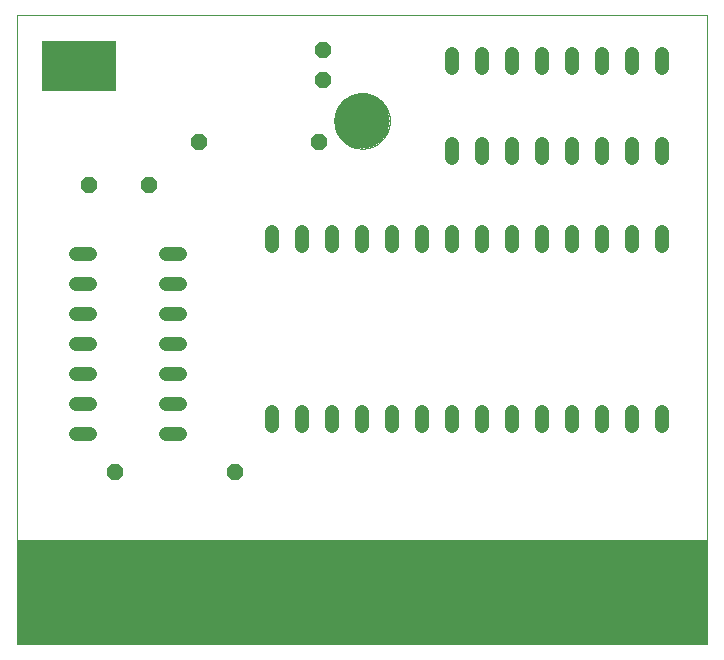
<source format=gts>
G75*
%MOIN*%
%OFA0B0*%
%FSLAX24Y24*%
%IPPOS*%
%LPD*%
%AMOC8*
5,1,8,0,0,1.08239X$1,22.5*
%
%ADD10C,0.0000*%
%ADD11C,0.1850*%
%ADD12R,2.3000X0.3500*%
%ADD13R,0.2500X0.1688*%
%ADD14OC8,0.0560*%
%ADD15C,0.0480*%
%ADD16R,0.0748X0.3150*%
D10*
X000100Y000100D02*
X000100Y021060D01*
X023100Y021060D01*
X023100Y000100D01*
X000100Y000100D01*
X010671Y017547D02*
X010673Y017607D01*
X010679Y017668D01*
X010689Y017727D01*
X010703Y017786D01*
X010720Y017844D01*
X010741Y017901D01*
X010766Y017956D01*
X010795Y018009D01*
X010827Y018061D01*
X010862Y018110D01*
X010901Y018157D01*
X010942Y018201D01*
X010986Y018242D01*
X011033Y018281D01*
X011082Y018316D01*
X011133Y018348D01*
X011187Y018377D01*
X011242Y018402D01*
X011299Y018423D01*
X011357Y018440D01*
X011416Y018454D01*
X011475Y018464D01*
X011536Y018470D01*
X011596Y018472D01*
X011656Y018470D01*
X011717Y018464D01*
X011776Y018454D01*
X011835Y018440D01*
X011893Y018423D01*
X011950Y018402D01*
X012005Y018377D01*
X012058Y018348D01*
X012110Y018316D01*
X012159Y018281D01*
X012206Y018242D01*
X012250Y018201D01*
X012291Y018157D01*
X012330Y018110D01*
X012365Y018061D01*
X012397Y018010D01*
X012426Y017956D01*
X012451Y017901D01*
X012472Y017844D01*
X012489Y017786D01*
X012503Y017727D01*
X012513Y017668D01*
X012519Y017607D01*
X012521Y017547D01*
X012519Y017487D01*
X012513Y017426D01*
X012503Y017367D01*
X012489Y017308D01*
X012472Y017250D01*
X012451Y017193D01*
X012426Y017138D01*
X012397Y017085D01*
X012365Y017033D01*
X012330Y016984D01*
X012291Y016937D01*
X012250Y016893D01*
X012206Y016852D01*
X012159Y016813D01*
X012110Y016778D01*
X012059Y016746D01*
X012005Y016717D01*
X011950Y016692D01*
X011893Y016671D01*
X011835Y016654D01*
X011776Y016640D01*
X011717Y016630D01*
X011656Y016624D01*
X011596Y016622D01*
X011536Y016624D01*
X011475Y016630D01*
X011416Y016640D01*
X011357Y016654D01*
X011299Y016671D01*
X011242Y016692D01*
X011187Y016717D01*
X011134Y016746D01*
X011082Y016778D01*
X011033Y016813D01*
X010986Y016852D01*
X010942Y016893D01*
X010901Y016937D01*
X010862Y016984D01*
X010827Y017033D01*
X010795Y017084D01*
X010766Y017138D01*
X010741Y017193D01*
X010720Y017250D01*
X010703Y017308D01*
X010689Y017367D01*
X010679Y017426D01*
X010673Y017487D01*
X010671Y017547D01*
D11*
X011596Y017547D03*
D12*
X011600Y001850D03*
D13*
X002163Y019381D03*
D14*
X006163Y016850D03*
X004475Y015413D03*
X002475Y015413D03*
X010163Y016850D03*
X010288Y018913D03*
X010288Y019913D03*
X007350Y005850D03*
X003350Y005850D03*
D15*
X002528Y007100D02*
X002048Y007100D01*
X002048Y008100D02*
X002528Y008100D01*
X002528Y009100D02*
X002048Y009100D01*
X002048Y010100D02*
X002528Y010100D01*
X002528Y011100D02*
X002048Y011100D01*
X002048Y012100D02*
X002528Y012100D01*
X002528Y013100D02*
X002048Y013100D01*
X005048Y013100D02*
X005528Y013100D01*
X005528Y012100D02*
X005048Y012100D01*
X005048Y011100D02*
X005528Y011100D01*
X005528Y010100D02*
X005048Y010100D01*
X005048Y009100D02*
X005528Y009100D01*
X005528Y008100D02*
X005048Y008100D01*
X005048Y007100D02*
X005528Y007100D01*
X008600Y007360D02*
X008600Y007840D01*
X009600Y007840D02*
X009600Y007360D01*
X010600Y007360D02*
X010600Y007840D01*
X011600Y007840D02*
X011600Y007360D01*
X012600Y007360D02*
X012600Y007840D01*
X013600Y007840D02*
X013600Y007360D01*
X014600Y007360D02*
X014600Y007840D01*
X015600Y007840D02*
X015600Y007360D01*
X016600Y007360D02*
X016600Y007840D01*
X017600Y007840D02*
X017600Y007360D01*
X018600Y007360D02*
X018600Y007840D01*
X019600Y007840D02*
X019600Y007360D01*
X020600Y007360D02*
X020600Y007840D01*
X021600Y007840D02*
X021600Y007360D01*
X021600Y013360D02*
X021600Y013840D01*
X020600Y013840D02*
X020600Y013360D01*
X019600Y013360D02*
X019600Y013840D01*
X018600Y013840D02*
X018600Y013360D01*
X017600Y013360D02*
X017600Y013840D01*
X016600Y013840D02*
X016600Y013360D01*
X015600Y013360D02*
X015600Y013840D01*
X014600Y013840D02*
X014600Y013360D01*
X013600Y013360D02*
X013600Y013840D01*
X012600Y013840D02*
X012600Y013360D01*
X011600Y013360D02*
X011600Y013840D01*
X010600Y013840D02*
X010600Y013360D01*
X009600Y013360D02*
X009600Y013840D01*
X008600Y013840D02*
X008600Y013360D01*
X014600Y016298D02*
X014600Y016778D01*
X015600Y016778D02*
X015600Y016298D01*
X016600Y016298D02*
X016600Y016778D01*
X017600Y016778D02*
X017600Y016298D01*
X018600Y016298D02*
X018600Y016778D01*
X019600Y016778D02*
X019600Y016298D01*
X020600Y016298D02*
X020600Y016778D01*
X021600Y016778D02*
X021600Y016298D01*
X021600Y019298D02*
X021600Y019778D01*
X020600Y019778D02*
X020600Y019298D01*
X019600Y019298D02*
X019600Y019778D01*
X018600Y019778D02*
X018600Y019298D01*
X017600Y019298D02*
X017600Y019778D01*
X016600Y019778D02*
X016600Y019298D01*
X015600Y019298D02*
X015600Y019778D01*
X014600Y019778D02*
X014600Y019298D01*
D16*
X014100Y001913D03*
X013100Y001913D03*
X012100Y001913D03*
X011100Y001913D03*
X010100Y001913D03*
X009100Y001913D03*
X008100Y001913D03*
X007100Y001913D03*
X006100Y001913D03*
X005100Y001913D03*
X004100Y001913D03*
X003100Y001913D03*
X002100Y001913D03*
X001100Y001913D03*
X015100Y001913D03*
X016100Y001913D03*
X017100Y001913D03*
X018100Y001913D03*
X019100Y001913D03*
X020100Y001913D03*
X021100Y001913D03*
X022100Y001913D03*
M02*

</source>
